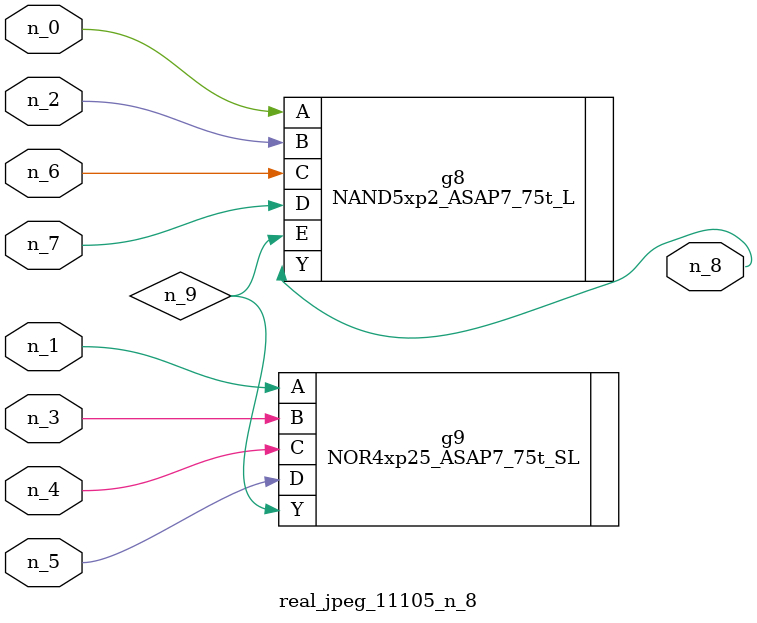
<source format=v>
module real_jpeg_11105_n_8 (n_5, n_4, n_0, n_1, n_2, n_6, n_7, n_3, n_8);

input n_5;
input n_4;
input n_0;
input n_1;
input n_2;
input n_6;
input n_7;
input n_3;

output n_8;

wire n_9;

NAND5xp2_ASAP7_75t_L g8 ( 
.A(n_0),
.B(n_2),
.C(n_6),
.D(n_7),
.E(n_9),
.Y(n_8)
);

NOR4xp25_ASAP7_75t_SL g9 ( 
.A(n_1),
.B(n_3),
.C(n_4),
.D(n_5),
.Y(n_9)
);


endmodule
</source>
